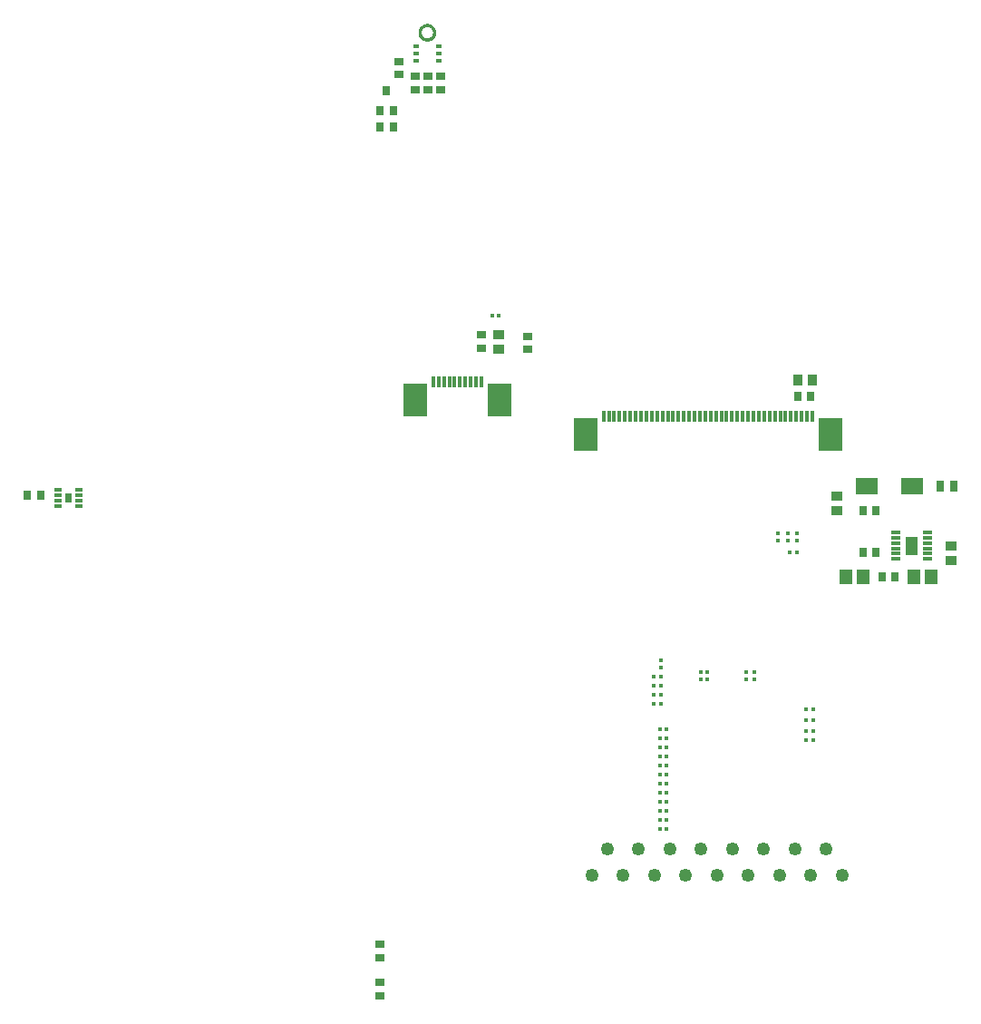
<source format=gbp>
G04*
G04 #@! TF.GenerationSoftware,Altium Limited,Altium Designer,20.2.5 (213)*
G04*
G04 Layer_Color=128*
%FSLAX25Y25*%
%MOIN*%
G70*
G04*
G04 #@! TF.SameCoordinates,0EDA941F-9717-4D80-9818-445CF3A130AC*
G04*
G04*
G04 #@! TF.FilePolarity,Positive*
G04*
G01*
G75*
%ADD25R,0.03937X0.03543*%
%ADD30R,0.03543X0.03937*%
%ADD60R,0.02362X0.01575*%
%ADD87R,0.03347X0.02953*%
%ADD88R,0.02756X0.03543*%
%ADD89R,0.03543X0.03150*%
%ADD94R,0.03150X0.03543*%
%ADD99R,0.01378X0.01732*%
%ADD100R,0.02953X0.03347*%
%ADD104C,0.04921*%
%ADD105R,0.01732X0.01378*%
%ADD134R,0.05118X0.05512*%
%ADD151R,0.01181X0.04331*%
%ADD152R,0.09055X0.12205*%
%ADD153R,0.08346X0.05906*%
%ADD154R,0.03150X0.03937*%
G04:AMPARAMS|DCode=156|XSize=34.65mil|YSize=10.63mil|CornerRadius=1.33mil|HoleSize=0mil|Usage=FLASHONLY|Rotation=0.000|XOffset=0mil|YOffset=0mil|HoleType=Round|Shape=RoundedRectangle|*
%AMROUNDEDRECTD156*
21,1,0.03465,0.00797,0,0,0.0*
21,1,0.03199,0.01063,0,0,0.0*
1,1,0.00266,0.01599,-0.00399*
1,1,0.00266,-0.01599,-0.00399*
1,1,0.00266,-0.01599,0.00399*
1,1,0.00266,0.01599,0.00399*
%
%ADD156ROUNDEDRECTD156*%
G04:AMPARAMS|DCode=157|XSize=29.92mil|YSize=10.63mil|CornerRadius=1.33mil|HoleSize=0mil|Usage=FLASHONLY|Rotation=0.000|XOffset=0mil|YOffset=0mil|HoleType=Round|Shape=RoundedRectangle|*
%AMROUNDEDRECTD157*
21,1,0.02992,0.00797,0,0,0.0*
21,1,0.02726,0.01063,0,0,0.0*
1,1,0.00266,0.01363,-0.00399*
1,1,0.00266,-0.01363,-0.00399*
1,1,0.00266,-0.01363,0.00399*
1,1,0.00266,0.01363,0.00399*
%
%ADD157ROUNDEDRECTD157*%
G36*
X778224Y744531D02*
X776020D01*
Y741303D01*
X778224D01*
Y744531D01*
D02*
G37*
G36*
X1089126Y728847D02*
X1084874D01*
Y722154D01*
X1089126D01*
Y728847D01*
D02*
G37*
G36*
X909179Y910756D02*
X909348Y910770D01*
X909516Y910792D01*
X909683Y910823D01*
X909848Y910862D01*
X910011Y910910D01*
X910170Y910967D01*
X910327Y911032D01*
X910480Y911105D01*
X910629Y911186D01*
X910773Y911274D01*
X910913Y911370D01*
X911048Y911474D01*
X911177Y911584D01*
X911300Y911700D01*
X911416Y911823D01*
X911526Y911952D01*
X911630Y912087D01*
X911726Y912226D01*
X911814Y912371D01*
X911895Y912520D01*
X911968Y912673D01*
X912033Y912830D01*
X912090Y912990D01*
X912138Y913152D01*
X912177Y913317D01*
X912208Y913484D01*
X912230Y913652D01*
X912244Y913821D01*
X912248Y913980D01*
X911067D01*
X911064Y913883D01*
X911056Y913775D01*
X911042Y913668D01*
X911022Y913562D01*
X910997Y913458D01*
X910966Y913354D01*
X910930Y913253D01*
X910889Y913153D01*
X910843Y913056D01*
X910791Y912962D01*
X910735Y912870D01*
X910674Y912781D01*
X910608Y912696D01*
X910539Y912614D01*
X910464Y912536D01*
X910386Y912461D01*
X910304Y912391D01*
X910219Y912326D01*
X910130Y912265D01*
X910038Y912209D01*
X909944Y912157D01*
X909846Y912111D01*
X909747Y912070D01*
X909645Y912034D01*
X909542Y912003D01*
X909437Y911978D01*
X909332Y911958D01*
X909225Y911944D01*
X909118Y911936D01*
X909000Y911933D01*
X908892Y911936D01*
X908784Y911944D01*
X908677Y911959D01*
X908570Y911978D01*
X908465Y912004D01*
X908361Y912034D01*
X908259Y912070D01*
X908159Y912112D01*
X908062Y912158D01*
X907967Y912210D01*
X907874Y912267D01*
X907785Y912328D01*
X907699Y912394D01*
X907617Y912464D01*
X907539Y912539D01*
X907464Y912617D01*
X907394Y912699D01*
X907328Y912785D01*
X907267Y912874D01*
X907210Y912967D01*
X907158Y913062D01*
X907112Y913159D01*
X907070Y913259D01*
X907034Y913361D01*
X907003Y913465D01*
X906978Y913570D01*
X906958Y913677D01*
X906944Y913784D01*
X906936Y913892D01*
X906933Y914000D01*
X906936Y914108D01*
X906944Y914216D01*
X906958Y914323D01*
X906978Y914430D01*
X907003Y914535D01*
X907034Y914639D01*
X907070Y914741D01*
X907112Y914841D01*
X907158Y914938D01*
X907210Y915034D01*
X907267Y915126D01*
X907328Y915215D01*
X907394Y915301D01*
X907464Y915383D01*
X907539Y915462D01*
X907617Y915536D01*
X907699Y915606D01*
X907785Y915672D01*
X907874Y915734D01*
X907967Y915790D01*
X908062Y915842D01*
X908159Y915888D01*
X908259Y915930D01*
X908361Y915966D01*
X908465Y915996D01*
X908570Y916022D01*
X908677Y916041D01*
X908784Y916056D01*
X908892Y916064D01*
X909000Y916067D01*
X909118Y916064D01*
X909225Y916056D01*
X909332Y916042D01*
X909437Y916022D01*
X909542Y915997D01*
X909645Y915966D01*
X909747Y915930D01*
X909846Y915889D01*
X909944Y915843D01*
X910038Y915791D01*
X910130Y915735D01*
X910219Y915674D01*
X910304Y915609D01*
X910386Y915539D01*
X910464Y915464D01*
X910539Y915386D01*
X910608Y915304D01*
X910674Y915219D01*
X910735Y915130D01*
X910791Y915038D01*
X910843Y914944D01*
X910889Y914847D01*
X910930Y914747D01*
X910966Y914645D01*
X910997Y914542D01*
X911022Y914437D01*
X911042Y914332D01*
X911056Y914225D01*
X911064Y914118D01*
X911067Y914020D01*
X912248D01*
X912244Y914179D01*
X912230Y914348D01*
X912208Y914516D01*
X912177Y914683D01*
X912138Y914848D01*
X912090Y915011D01*
X912033Y915170D01*
X911968Y915327D01*
X911895Y915480D01*
X911814Y915629D01*
X911726Y915773D01*
X911630Y915913D01*
X911526Y916048D01*
X911416Y916177D01*
X911300Y916300D01*
X911177Y916416D01*
X911048Y916526D01*
X910913Y916630D01*
X910773Y916726D01*
X910629Y916814D01*
X910480Y916895D01*
X910327Y916968D01*
X910170Y917033D01*
X910011Y917090D01*
X909848Y917138D01*
X909683Y917177D01*
X909516Y917208D01*
X909348Y917230D01*
X909179Y917244D01*
X909000Y917248D01*
X908830Y917244D01*
X908661Y917230D01*
X908492Y917208D01*
X908325Y917177D01*
X908159Y917137D01*
X907996Y917089D01*
X907836Y917032D01*
X907679Y916967D01*
X907525Y916894D01*
X907376Y916813D01*
X907231Y916724D01*
X907091Y916628D01*
X906956Y916524D01*
X906827Y916414D01*
X906703Y916297D01*
X906586Y916173D01*
X906476Y916044D01*
X906372Y915909D01*
X906276Y915769D01*
X906187Y915624D01*
X906106Y915475D01*
X906033Y915321D01*
X905968Y915164D01*
X905911Y915004D01*
X905863Y914841D01*
X905823Y914675D01*
X905792Y914508D01*
X905770Y914340D01*
X905756Y914170D01*
X905752Y914000D01*
X905756Y913830D01*
X905770Y913661D01*
X905792Y913492D01*
X905823Y913325D01*
X905863Y913159D01*
X905911Y912996D01*
X905968Y912836D01*
X906033Y912679D01*
X906106Y912525D01*
X906187Y912376D01*
X906276Y912231D01*
X906372Y912091D01*
X906476Y911956D01*
X906586Y911827D01*
X906703Y911703D01*
X906827Y911586D01*
X906956Y911476D01*
X907091Y911372D01*
X907231Y911276D01*
X907376Y911187D01*
X907525Y911106D01*
X907679Y911033D01*
X907836Y910968D01*
X907996Y910911D01*
X908159Y910863D01*
X908325Y910823D01*
X908492Y910792D01*
X908661Y910770D01*
X908830Y910756D01*
X909000Y910752D01*
X909179Y910756D01*
D02*
G37*
D25*
X1059500Y738343D02*
D03*
Y743657D02*
D03*
X1101673Y719890D02*
D03*
Y725205D02*
D03*
X935130Y797843D02*
D03*
Y803158D02*
D03*
D30*
X1045343Y786500D02*
D03*
X1050657D02*
D03*
D60*
X913232Y903843D02*
D03*
X904768D02*
D03*
X913232Y906402D02*
D03*
X904768D02*
D03*
X913232Y908961D02*
D03*
X904768D02*
D03*
D87*
X946000Y797638D02*
D03*
Y802362D02*
D03*
X909278Y893138D02*
D03*
Y897862D02*
D03*
X914000D02*
D03*
Y893138D02*
D03*
X891500Y578862D02*
D03*
Y574138D02*
D03*
Y560138D02*
D03*
Y564862D02*
D03*
X904500Y893138D02*
D03*
Y897862D02*
D03*
D88*
X896559Y885260D02*
D03*
X891441D02*
D03*
X894000Y892740D02*
D03*
D89*
X928858Y802961D02*
D03*
Y798039D02*
D03*
X898500Y903461D02*
D03*
Y898539D02*
D03*
D94*
X762039Y743902D02*
D03*
X766961D02*
D03*
X1049988Y780333D02*
D03*
X1045067D02*
D03*
X891539Y879500D02*
D03*
X896461D02*
D03*
D99*
X1038000Y729887D02*
D03*
Y727328D02*
D03*
X994779Y680721D02*
D03*
Y683280D02*
D03*
X1041402Y727328D02*
D03*
Y729887D02*
D03*
X1044804D02*
D03*
Y727328D02*
D03*
X1012000Y678899D02*
D03*
Y676340D02*
D03*
X1009500Y678899D02*
D03*
Y676340D02*
D03*
X1026296Y678894D02*
D03*
Y676334D02*
D03*
X1029258Y678899D02*
D03*
Y676340D02*
D03*
D100*
X1069138Y738500D02*
D03*
X1073862D02*
D03*
X1073862Y723000D02*
D03*
X1069138D02*
D03*
X1080862Y714024D02*
D03*
X1076138D02*
D03*
D104*
X980907Y604500D02*
D03*
X1049907D02*
D03*
X1061407D02*
D03*
X1038407D02*
D03*
X969407D02*
D03*
X1055657Y614000D02*
D03*
X1044157D02*
D03*
X1032657D02*
D03*
X986657D02*
D03*
X975157D02*
D03*
X1015407Y604500D02*
D03*
X1003907D02*
D03*
X992407D02*
D03*
X1026907D02*
D03*
X1021157Y614000D02*
D03*
X1009657D02*
D03*
X998157D02*
D03*
D105*
X994441Y651370D02*
D03*
X997000D02*
D03*
X994441Y648028D02*
D03*
X997000D02*
D03*
X994441Y627972D02*
D03*
X997000D02*
D03*
X994779Y667472D02*
D03*
X992220D02*
D03*
X1044779Y723000D02*
D03*
X1042220D02*
D03*
X935279Y810000D02*
D03*
X932720D02*
D03*
X997000Y658055D02*
D03*
X994441D02*
D03*
X997000Y654713D02*
D03*
X994441D02*
D03*
X992220Y674157D02*
D03*
X994779D02*
D03*
X992220Y670815D02*
D03*
X994779D02*
D03*
X992220Y677500D02*
D03*
X994779D02*
D03*
X997000Y644685D02*
D03*
X994441D02*
D03*
X997000Y631315D02*
D03*
X994441D02*
D03*
X997000Y634657D02*
D03*
X994441D02*
D03*
X997000Y638000D02*
D03*
X994441D02*
D03*
X997000Y641342D02*
D03*
X994441D02*
D03*
X997000Y621287D02*
D03*
X994441D02*
D03*
X997000Y624630D02*
D03*
X994441D02*
D03*
X1048221Y661500D02*
D03*
X1050780D02*
D03*
X1048221Y657500D02*
D03*
X1050780D02*
D03*
X1048221Y654000D02*
D03*
X1050780D02*
D03*
X1048221Y665500D02*
D03*
X1050780D02*
D03*
D134*
X1087850Y714000D02*
D03*
X1094150D02*
D03*
X1062850Y714024D02*
D03*
X1069150D02*
D03*
D151*
X1050528Y773000D02*
D03*
X1048559D02*
D03*
X1046591D02*
D03*
X1044622D02*
D03*
X1042653D02*
D03*
X1040685D02*
D03*
X1038717D02*
D03*
X1036748D02*
D03*
X1034779D02*
D03*
X1032811D02*
D03*
X1030842D02*
D03*
X1028874D02*
D03*
X1026906D02*
D03*
X1024937D02*
D03*
X1022968D02*
D03*
X1021000D02*
D03*
X1019032D02*
D03*
X1017063D02*
D03*
X1015094D02*
D03*
X1013126D02*
D03*
X1011158D02*
D03*
X1009189D02*
D03*
X1007220D02*
D03*
X1005252D02*
D03*
X1003284D02*
D03*
X1001315D02*
D03*
X999347D02*
D03*
X997378D02*
D03*
X995409D02*
D03*
X993441D02*
D03*
X991472D02*
D03*
X989504D02*
D03*
X987535D02*
D03*
X985567D02*
D03*
X983598D02*
D03*
X981630D02*
D03*
X979661D02*
D03*
X977693D02*
D03*
X975724D02*
D03*
X973756D02*
D03*
X928858Y785752D02*
D03*
X926890D02*
D03*
X924921D02*
D03*
X922953D02*
D03*
X920984D02*
D03*
X919016D02*
D03*
X917047D02*
D03*
X915079D02*
D03*
X913110D02*
D03*
X911142D02*
D03*
D152*
X1057102Y766307D02*
D03*
X967181D02*
D03*
X935433Y779059D02*
D03*
X904567D02*
D03*
D153*
X1087327Y747500D02*
D03*
X1070673D02*
D03*
D154*
X1097500D02*
D03*
X1102421D02*
D03*
D156*
X1092827Y720579D02*
D03*
Y722547D02*
D03*
Y724516D02*
D03*
Y726484D02*
D03*
Y728453D02*
D03*
Y730421D02*
D03*
X1081173D02*
D03*
Y728453D02*
D03*
Y726484D02*
D03*
Y724516D02*
D03*
Y722547D02*
D03*
Y720579D02*
D03*
D157*
X773244Y739965D02*
D03*
Y741933D02*
D03*
Y743902D02*
D03*
Y745870D02*
D03*
X781000D02*
D03*
Y743902D02*
D03*
Y741933D02*
D03*
Y739965D02*
D03*
M02*

</source>
